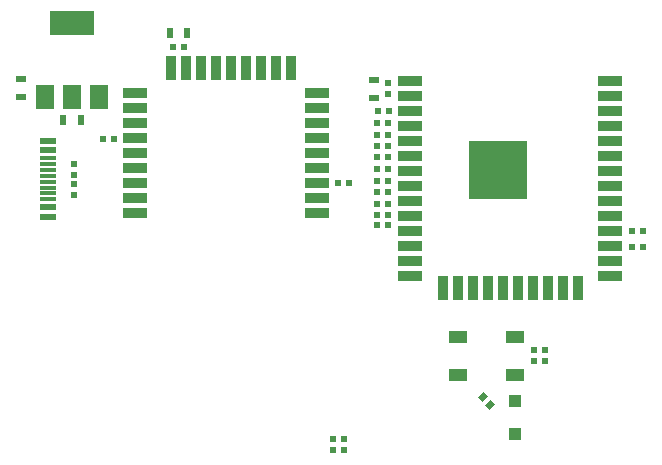
<source format=gtp>
G04 #@! TF.GenerationSoftware,KiCad,Pcbnew,6.0.4-6f826c9f35~116~ubuntu20.04.1*
G04 #@! TF.CreationDate,2022-03-28T16:20:16+02:00*
G04 #@! TF.ProjectId,hex_base,6865785f-6261-4736-952e-6b696361645f,rev?*
G04 #@! TF.SameCoordinates,Original*
G04 #@! TF.FileFunction,Paste,Top*
G04 #@! TF.FilePolarity,Positive*
%FSLAX46Y46*%
G04 Gerber Fmt 4.6, Leading zero omitted, Abs format (unit mm)*
G04 Created by KiCad (PCBNEW 6.0.4-6f826c9f35~116~ubuntu20.04.1) date 2022-03-28 16:20:16*
%MOMM*%
%LPD*%
G01*
G04 APERTURE LIST*
G04 Aperture macros list*
%AMRotRect*
0 Rectangle, with rotation*
0 The origin of the aperture is its center*
0 $1 length*
0 $2 width*
0 $3 Rotation angle, in degrees counterclockwise*
0 Add horizontal line*
21,1,$1,$2,0,0,$3*%
G04 Aperture macros list end*
%ADD10R,0.500000X0.600000*%
%ADD11R,0.600000X0.900000*%
%ADD12R,0.600000X0.500000*%
%ADD13R,0.900000X0.600000*%
%ADD14R,1.500000X1.000000*%
%ADD15R,1.450000X0.600000*%
%ADD16R,1.450000X0.300000*%
%ADD17RotRect,0.500000X0.600000X315.000000*%
%ADD18R,2.000000X0.900000*%
%ADD19R,0.900000X2.000000*%
%ADD20R,5.000000X5.000000*%
%ADD21R,1.500000X2.000000*%
%ADD22R,3.800000X2.000000*%
%ADD23R,1.100000X1.100000*%
G04 APERTURE END LIST*
D10*
X101670000Y-96300000D03*
X100730000Y-96300000D03*
X101670000Y-99200000D03*
X100730000Y-99200000D03*
X101670000Y-98200000D03*
X100730000Y-98200000D03*
D11*
X84675000Y-87700000D03*
X83175000Y-87700000D03*
D10*
X101670000Y-103050000D03*
X100730000Y-103050000D03*
D12*
X114000000Y-114530000D03*
X114000000Y-115470000D03*
D11*
X75650000Y-95025000D03*
X74150000Y-95025000D03*
D13*
X70600000Y-91575000D03*
X70600000Y-93075000D03*
D14*
X107550000Y-113400000D03*
X107550000Y-116600000D03*
X112450000Y-116600000D03*
X112450000Y-113400000D03*
D15*
X72850000Y-96800000D03*
X72850000Y-97600000D03*
D16*
X72850000Y-98750000D03*
X72850000Y-99750000D03*
X72850000Y-100250000D03*
X72850000Y-101250000D03*
D15*
X72850000Y-97600000D03*
X72850000Y-96800000D03*
X72850000Y-103200000D03*
X72850000Y-102400000D03*
D16*
X72850000Y-101750000D03*
X72850000Y-100750000D03*
X72850000Y-99250000D03*
X72850000Y-98250000D03*
D15*
X72850000Y-102400000D03*
X72850000Y-103200000D03*
D10*
X100730000Y-95300000D03*
X101670000Y-95300000D03*
X98370000Y-100375000D03*
X97430000Y-100375000D03*
X100780000Y-94300000D03*
X101720000Y-94300000D03*
X77555000Y-96600000D03*
X78495000Y-96600000D03*
X122330000Y-105750000D03*
X123270000Y-105750000D03*
X122355000Y-104450000D03*
X123295000Y-104450000D03*
D12*
X115000000Y-114530000D03*
X115000000Y-115470000D03*
D17*
X109667660Y-118467660D03*
X110332340Y-119132340D03*
D10*
X101670000Y-103950000D03*
X100730000Y-103950000D03*
X101670000Y-97200000D03*
X100730000Y-97200000D03*
X101670000Y-100200000D03*
X100730000Y-100200000D03*
D12*
X75100000Y-98730000D03*
X75100000Y-99670000D03*
X75100000Y-101370000D03*
X75100000Y-100430000D03*
D18*
X103500000Y-91745000D03*
X103500000Y-93015000D03*
X103500000Y-94285000D03*
X103500000Y-95555000D03*
X103500000Y-96825000D03*
X103500000Y-98095000D03*
X103500000Y-99365000D03*
X103500000Y-100635000D03*
X103500000Y-101905000D03*
X103500000Y-103175000D03*
X103500000Y-104445000D03*
X103500000Y-105715000D03*
X103500000Y-106985000D03*
X103500000Y-108255000D03*
D19*
X106285000Y-109255000D03*
X107555000Y-109255000D03*
X108825000Y-109255000D03*
X110095000Y-109255000D03*
X111365000Y-109255000D03*
X112635000Y-109255000D03*
X113905000Y-109255000D03*
X115175000Y-109255000D03*
X116445000Y-109255000D03*
X117715000Y-109255000D03*
D18*
X120500000Y-108255000D03*
X120500000Y-106985000D03*
X120500000Y-105715000D03*
X120500000Y-104445000D03*
X120500000Y-103175000D03*
X120500000Y-101905000D03*
X120500000Y-100635000D03*
X120500000Y-99365000D03*
X120500000Y-98095000D03*
X120500000Y-96825000D03*
X120500000Y-95555000D03*
X120500000Y-94285000D03*
X120500000Y-93015000D03*
X120500000Y-91745000D03*
D20*
X111000000Y-99245000D03*
D18*
X95627000Y-102921000D03*
X95627000Y-101651000D03*
X95627000Y-100381000D03*
X95627000Y-99111000D03*
X95627000Y-97841000D03*
X95627000Y-96571000D03*
X95627000Y-95301000D03*
X95627000Y-94031000D03*
X95627000Y-92761000D03*
D19*
X93449500Y-90606500D03*
X92179500Y-90606500D03*
X90909500Y-90606500D03*
X89639500Y-90606500D03*
X88369500Y-90606500D03*
X87111000Y-90602000D03*
X85841000Y-90602000D03*
X84571000Y-90602000D03*
X83301000Y-90602000D03*
D18*
X80269000Y-92782500D03*
X80269000Y-94052500D03*
X80269000Y-95322500D03*
X80269000Y-96592500D03*
X80269000Y-97862500D03*
X80269000Y-99132500D03*
X80262000Y-100381000D03*
X80262000Y-101651000D03*
X80262000Y-102921000D03*
D21*
X72600000Y-93075000D03*
X74900000Y-93075000D03*
D22*
X74900000Y-86775000D03*
D21*
X77200000Y-93075000D03*
D12*
X101675000Y-92845000D03*
X101675000Y-91905000D03*
D13*
X100500000Y-93150000D03*
X100500000Y-91650000D03*
D10*
X84395000Y-88875000D03*
X83455000Y-88875000D03*
X101670000Y-102100000D03*
X100730000Y-102100000D03*
X101670000Y-101150000D03*
X100730000Y-101150000D03*
X97030000Y-123000000D03*
X97970000Y-123000000D03*
X97030000Y-122000000D03*
X97970000Y-122000000D03*
D23*
X112380000Y-118817500D03*
X112380000Y-121617500D03*
M02*

</source>
